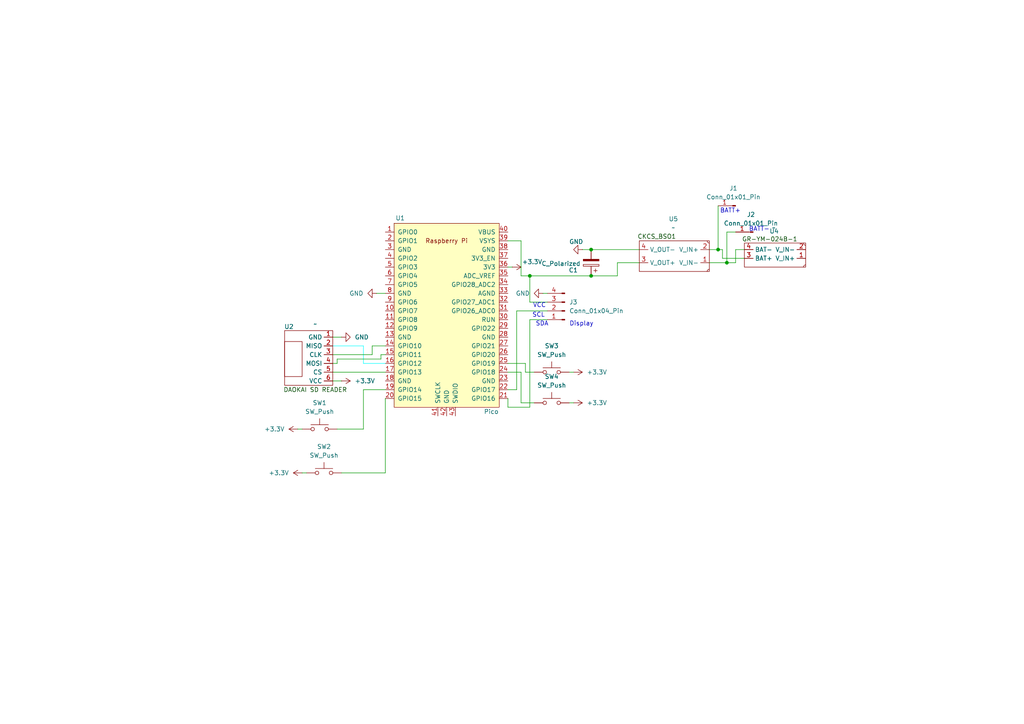
<source format=kicad_sch>
(kicad_sch (version 20231120) (generator "eeschema") (generator_version "8.0")
  (paper "A4")
  (title_block (title "Pico WOL") (date "2024-04-14") (rev "v01") (comment 2 "Software at: https://github.com/SaifYasir/PicoWOL") (comment 3 "MIT license") (comment 4 "Saif Yasir"))
  (lib_symbols
    (symbol "Connector:Conn_01x01_Pin" (pin_names (offset 1.016) hide)
      (property "Reference" "J" (at 0 2.54 0))
      (property "Value" "Conn_01x01_Pin" (at 0 -2.54 0))
      (symbol "Conn_01x01_Pin_1_1"
        (polyline (pts (xy 1.27 0) (xy 0.8636 0)) (stroke (width 0.1524)))
        (rectangle (start 0.8636 0.127) (end 0 -0.127) (stroke (width 0.1524)) (fill (type outline)))
        (pin passive line (at 5.08 0 180) (length 3.81) (name "Pin_1") (number "1"))
      )
    )
    (symbol "Connector:Conn_01x04_Pin" (pin_names (offset 1.016) hide)
      (property "Reference" "J" (at 0 5.08 0))
      (property "Value" "Conn_01x04_Pin" (at 0 -7.62 0))
      (symbol "Conn_01x04_Pin_1_1"
        (polyline (pts (xy 1.27 -5.08) (xy 0.8636 -5.08)) (stroke (width 0.1524)))
        (polyline (pts (xy 1.27 -2.54) (xy 0.8636 -2.54)) (stroke (width 0.1524)))
        (polyline (pts (xy 1.27 0) (xy 0.8636 0)) (stroke (width 0.1524)))
        (polyline (pts (xy 1.27 2.54) (xy 0.8636 2.54)) (stroke (width 0.1524)))
        (rectangle (start 0.8636 -4.953) (end 0 -5.207) (stroke (width 0.1524)) (fill (type outline)))
        (rectangle (start 0.8636 -2.413) (end 0 -2.667) (stroke (width 0.1524)) (fill (type outline)))
        (rectangle (start 0.8636 0.127) (end 0 -0.127) (stroke (width 0.1524)) (fill (type outline)))
        (rectangle (start 0.8636 2.667) (end 0 2.413) (stroke (width 0.1524)) (fill (type outline)))
        (pin passive line (at 5.08 2.54 180) (length 3.81) (name "Pin_1") (number "1"))
        (pin passive line (at 5.08 0 180) (length 3.81) (name "Pin_2") (number "2"))
        (pin passive line (at 5.08 -2.54 180) (length 3.81) (name "Pin_3") (number "3"))
        (pin passive line (at 5.08 -5.08 180) (length 3.81) (name "Pin_4") (number "4"))
      )
    )
    (symbol "Device:C_Polarized" (pin_numbers hide) (pin_names (offset 0.254))
      (property "Reference" "C" (at 0.635 2.54 0))
      (property "Value" "C_Polarized" (at 0.635 -2.54 0))
      (symbol "C_Polarized_0_1"
        (rectangle (start -2.286 0.508) (end 2.286 1.016))
        (polyline (pts (xy -1.778 2.286) (xy -0.762 2.286)))
        (polyline (pts (xy -1.27 2.794) (xy -1.27 1.778)))
        (rectangle (start 2.286 -0.508) (end -2.286 -1.016) (fill (type outline)))
      )
      (symbol "C_Polarized_1_1"
        (pin passive line (at 0 3.81 270) (length 2.794) (name "~") (number "1"))
        (pin passive line (at 0 -3.81 90) (length 2.794) (name "~") (number "2"))
      )
    )
    (symbol "MCU_RaspberryPi_and_Boards:Pico" (pin_names (offset 1.016))
      (property "Reference" "U" (at -13.97 27.94 0))
      (property "Value" "Pico" (at 0 19.05 0))
      (symbol "Pico_0_0"
        (text "Raspberry Pi" (at 0 21.59 0) (effects (font (size 1.27 1.27))))
      )
      (symbol "Pico_0_1"
        (rectangle (start -15.24 26.67) (end 15.24 -26.67) (fill (type background)))
      )
      (symbol "Pico_1_1"
        (pin bidirectional line (at -17.78 24.13 0) (length 2.54) (name "GPIO0") (number "1"))
        (pin bidirectional line (at -17.78 1.27 0) (length 2.54) (name "GPIO7") (number "10"))
        (pin bidirectional line (at -17.78 -1.27 0) (length 2.54) (name "GPIO8") (number "11"))
        (pin bidirectional line (at -17.78 -3.81 0) (length 2.54) (name "GPIO9") (number "12"))
        (pin power_in line (at -17.78 -6.35 0) (length 2.54) (name "GND") (number "13"))
        (pin bidirectional line (at -17.78 -8.89 0) (length 2.54) (name "GPIO10") (number "14"))
        (pin bidirectional line (at -17.78 -11.43 0) (length 2.54) (name "GPIO11") (number "15"))
        (pin bidirectional line (at -17.78 -13.97 0) (length 2.54) (name "GPIO12") (number "16"))
        (pin bidirectional line (at -17.78 -16.51 0) (length 2.54) (name "GPIO13") (number "17"))
        (pin power_in line (at -17.78 -19.05 0) (length 2.54) (name "GND") (number "18"))
        (pin bidirectional line (at -17.78 -21.59 0) (length 2.54) (name "GPIO14") (number "19"))
        (pin bidirectional line (at -17.78 21.59 0) (length 2.54) (name "GPIO1") (number "2"))
        (pin bidirectional line (at -17.78 -24.13 0) (length 2.54) (name "GPIO15") (number "20"))
        (pin bidirectional line (at 17.78 -24.13 180) (length 2.54) (name "GPIO16") (number "21"))
        (pin bidirectional line (at 17.78 -21.59 180) (length 2.54) (name "GPIO17") (number "22"))
        (pin power_in line (at 17.78 -19.05 180) (length 2.54) (name "GND") (number "23"))
        (pin bidirectional line (at 17.78 -16.51 180) (length 2.54) (name "GPIO18") (number "24"))
        (pin bidirectional line (at 17.78 -13.97 180) (length 2.54) (name "GPIO19") (number "25"))
        (pin bidirectional line (at 17.78 -11.43 180) (length 2.54) (name "GPIO20") (number "26"))
        (pin bidirectional line (at 17.78 -8.89 180) (length 2.54) (name "GPIO21") (number "27"))
        (pin power_in line (at 17.78 -6.35 180) (length 2.54) (name "GND") (number "28"))
        (pin bidirectional line (at 17.78 -3.81 180) (length 2.54) (name "GPIO22") (number "29"))
        (pin power_in line (at -17.78 19.05 0) (length 2.54) (name "GND") (number "3"))
        (pin input line (at 17.78 -1.27 180) (length 2.54) (name "RUN") (number "30"))
        (pin bidirectional line (at 17.78 1.27 180) (length 2.54) (name "GPIO26_ADC0") (number "31"))
        (pin bidirectional line (at 17.78 3.81 180) (length 2.54) (name "GPIO27_ADC1") (number "32"))
        (pin power_in line (at 17.78 6.35 180) (length 2.54) (name "AGND") (number "33"))
        (pin bidirectional line (at 17.78 8.89 180) (length 2.54) (name "GPIO28_ADC2") (number "34"))
        (pin unspecified line (at 17.78 11.43 180) (length 2.54) (name "ADC_VREF") (number "35"))
        (pin unspecified line (at 17.78 13.97 180) (length 2.54) (name "3V3") (number "36"))
        (pin input line (at 17.78 16.51 180) (length 2.54) (name "3V3_EN") (number "37"))
        (pin bidirectional line (at 17.78 19.05 180) (length 2.54) (name "GND") (number "38"))
        (pin unspecified line (at 17.78 21.59 180) (length 2.54) (name "VSYS") (number "39"))
        (pin bidirectional line (at -17.78 16.51 0) (length 2.54) (name "GPIO2") (number "4"))
        (pin unspecified line (at 17.78 24.13 180) (length 2.54) (name "VBUS") (number "40"))
        (pin input line (at -2.54 -29.21 90) (length 2.54) (name "SWCLK") (number "41"))
        (pin power_in line (at 0 -29.21 90) (length 2.54) (name "GND") (number "42"))
        (pin bidirectional line (at 2.54 -29.21 90) (length 2.54) (name "SWDIO") (number "43"))
        (pin bidirectional line (at -17.78 13.97 0) (length 2.54) (name "GPIO3") (number "5"))
        (pin bidirectional line (at -17.78 11.43 0) (length 2.54) (name "GPIO4") (number "6"))
        (pin bidirectional line (at -17.78 8.89 0) (length 2.54) (name "GPIO5") (number "7"))
        (pin power_in line (at -17.78 6.35 0) (length 2.54) (name "GND") (number "8"))
        (pin bidirectional line (at -17.78 3.81 0) (length 2.54) (name "GPIO6") (number "9"))
      )
    )
    (symbol "Pico_WOL:CKCS_BS01"
      (property "Reference" "U" (at -8.128 4.826 0))
      (symbol "CKCS_BS01_0_1"
        (arc (start -8.89 3.175) (mid -8.441 3.361) (end -8.255 3.81))
        (rectangle (start -8.89 3.81) (end 11.43 -5.08))
        (arc (start -8.255 -5.08) (mid -8.441 -4.631) (end -8.89 -4.445))
      )
      (symbol "CKCS_BS01_1_1"
        (text "CKCS_BSO1" (at 6.35 -6.35 0) (effects (font (size 1.27 1.27))))
        (pin input line (at -8.89 1.27 0) (length 2.54) (name "V_IN-") (number "1"))
        (pin input line (at -8.89 -2.54 0) (length 2.54) (name "V_IN+") (number "2"))
        (pin input line (at 11.43 1.27 180) (length 2.54) (name "V_OUT+") (number "3"))
        (pin input line (at 11.43 -2.54 180) (length 2.54) (name "V_OUT-") (number "4"))
      )
    )
    (symbol "Pico_WOL:DAOKAI_SD_READER"
      (property "Reference" "U" (at -4.318 9.144 0))
      (symbol "DAOKAI_SD_READER_0_1"
        (rectangle (start -6.35 5.08) (end -1.27 -5.08))
        (rectangle (start -6.35 8.255) (end 7.62 -7.62))
      )
      (symbol "DAOKAI_SD_READER_1_1"
        (text "DAOKAI SD READER" (at 2.54 -8.89 0) (effects (font (size 1.27 1.27))))
        (pin input line (at 7.62 6.35 180) (length 2.54) (name "GND") (number "1"))
        (pin input line (at 7.62 3.81 180) (length 2.54) (name "MISO") (number "2"))
        (pin input line (at 7.62 1.27 180) (length 2.54) (name "CLK") (number "3"))
        (pin input line (at 7.62 -1.27 180) (length 2.54) (name "MOSI") (number "4"))
        (pin input line (at 7.62 -3.81 180) (length 2.54) (name "CS") (number "5"))
        (pin input line (at 7.62 -6.35 180) (length 2.54) (name "VCC") (number "6"))
      )
    )
    (symbol "Pico_WOL:GR_YM_024B_1"
      (property "Reference" "U" (at -8.128 4.572 0))
      (symbol "GR_YM_024B_1_1_1"
        (arc (start -8.89 3.175) (mid -8.441 3.361) (end -8.255 3.81))
        (rectangle (start -8.89 3.81) (end 8.89 -3.175))
        (arc (start -8.255 -3.175) (mid -8.441 -2.726) (end -8.89 -2.54))
        (text "GR-YM-024B-1" (at 1.524 -4.318 0) (effects (font (size 1.27 1.27))))
        (pin input line (at -8.89 1.27 0) (length 2.54) (name "V_IN+") (number "1"))
        (pin input line (at -8.89 -1.27 0) (length 2.54) (name "V_IN-") (number "2"))
        (pin input line (at 8.89 1.27 180) (length 2.54) (name "BAT+") (number "3"))
        (pin input line (at 8.89 -1.27 180) (length 2.54) (name "BAT-") (number "4"))
      )
    )
    (symbol "Switch:SW_Push" (pin_numbers hide) (pin_names (offset 1.016) hide)
      (property "Reference" "SW" (at 1.27 2.54 0))
      (property "Value" "SW_Push" (at 0 -1.524 0))
      (symbol "SW_Push_0_1"
        (circle (center -2.032 0) (radius 0.508))
        (polyline (pts (xy 0 1.27) (xy 0 3.048)))
        (polyline (pts (xy 2.54 1.27) (xy -2.54 1.27)))
        (circle (center 2.032 0) (radius 0.508))
        (pin passive line (at -5.08 0 0) (length 2.54) (name "1") (number "1"))
        (pin passive line (at 5.08 0 180) (length 2.54) (name "2") (number "2"))
      )
    )
    (symbol "power:+3.3V" (power) (pin_numbers hide) (pin_names (offset 0) hide)
      (property "Value" "+3.3V" (at 0 3.556 0))
      (symbol "+3.3V_0_1"
        (polyline (pts (xy -0.762 1.27) (xy 0 2.54)))
        (polyline (pts (xy 0 0) (xy 0 2.54)))
        (polyline (pts (xy 0 2.54) (xy 0.762 1.27)))
      )
      (symbol "+3.3V_1_1"
        (pin power_in line (at 0 0 90) (length 0) (name "~") (number "1"))
      )
    )
    (symbol "power:GND" (power) (pin_numbers hide) (pin_names (offset 0) hide)
      (property "Value" "GND" (at 0 -3.81 0))
      (symbol "GND_0_1"
        (polyline (pts (xy 0 0) (xy 0 -1.27) (xy 1.27 -1.27) (xy 0 -2.54) (xy -1.27 -1.27) (xy 0 -1.27)))
      )
      (symbol "GND_1_1"
        (pin power_in line (at 0 0 270) (length 0) (name "~") (number "1"))
      )
    )
  )
  (junction (at 171.45 80.01))
  (junction (at 208.28 72.39))
  (junction (at 210.82 76.2))
  (junction (at 171.45 72.39))
  (junction (at 153.67 80.01))
  (wire (pts (xy 179.07 76.2) (xy 179.07 80.01)))
  (wire (pts (xy 154.94 116.84) (xy 151.13 116.84)))
  (wire (pts (xy 96.52 100.33) (xy 105.41 100.33)) (stroke (width 0) (color 0 255 255 1)))
  (wire (pts (xy 209.55 74.93) (xy 209.55 72.39)))
  (wire (pts (xy 147.32 69.85) (xy 151.13 69.85)))
  (wire (pts (xy 147.32 77.47) (xy 148.59 77.47)))
  (wire (pts (xy 97.79 105.41) (xy 97.79 104.14)))
  (wire (pts (xy 171.45 80.01) (xy 153.67 80.01)))
  (wire (pts (xy 208.28 72.39) (xy 205.74 72.39)))
  (wire (pts (xy 147.32 118.11) (xy 147.32 115.57)))
  (wire (pts (xy 154.94 107.95) (xy 152.4 107.95)))
  (wire (pts (xy 105.41 100.33) (xy 105.41 105.41)) (stroke (width 0) (color 0 255 255 1)))
  (wire (pts (xy 165.1 107.95) (xy 166.37 107.95)))
  (wire (pts (xy 153.67 80.01) (xy 153.67 87.63)))
  (wire (pts (xy 213.36 76.2) (xy 213.36 72.39)))
  (wire (pts (xy 149.86 113.03) (xy 147.32 113.03)))
  (wire (pts (xy 165.1 116.84) (xy 166.37 116.84)))
  (wire (pts (xy 151.13 69.85) (xy 151.13 80.01)))
  (wire (pts (xy 96.52 107.95) (xy 111.76 107.95)))
  (wire (pts (xy 153.67 92.71) (xy 153.67 118.11)))
  (wire (pts (xy 151.13 116.84) (xy 151.13 107.95)))
  (wire (pts (xy 96.52 97.79) (xy 99.06 97.79)))
  (wire (pts (xy 105.41 113.03) (xy 111.76 113.03)))
  (wire (pts (xy 151.13 107.95) (xy 147.32 107.95)))
  (wire (pts (xy 110.49 102.87) (xy 111.76 102.87)))
  (wire (pts (xy 152.4 105.41) (xy 147.32 105.41)))
  (wire (pts (xy 210.82 67.31) (xy 210.82 76.2)))
  (wire (pts (xy 213.36 67.31) (xy 210.82 67.31)))
  (wire (pts (xy 110.49 104.14) (xy 110.49 102.87)))
  (wire (pts (xy 96.52 110.49) (xy 99.06 110.49)))
  (wire (pts (xy 158.75 90.17) (xy 149.86 90.17)))
  (wire (pts (xy 153.67 80.01) (xy 151.13 80.01)))
  (wire (pts (xy 87.63 137.16) (xy 88.9 137.16)))
  (wire (pts (xy 97.79 104.14) (xy 110.49 104.14)))
  (wire (pts (xy 208.28 59.69) (xy 208.28 72.39)))
  (wire (pts (xy 209.55 72.39) (xy 208.28 72.39)))
  (wire (pts (xy 171.45 80.01) (xy 179.07 80.01)))
  (wire (pts (xy 96.52 102.87) (xy 107.95 102.87)))
  (wire (pts (xy 107.95 100.33) (xy 111.76 100.33)))
  (wire (pts (xy 171.45 72.39) (xy 185.42 72.39)))
  (wire (pts (xy 107.95 102.87) (xy 107.95 100.33)))
  (wire (pts (xy 99.06 137.16) (xy 111.76 137.16)))
  (wire (pts (xy 210.82 76.2) (xy 213.36 76.2)))
  (wire (pts (xy 168.91 72.39) (xy 171.45 72.39)))
  (wire (pts (xy 152.4 107.95) (xy 152.4 105.41)))
  (wire (pts (xy 109.22 85.09) (xy 111.76 85.09)))
  (wire (pts (xy 157.48 85.09) (xy 158.75 85.09)))
  (wire (pts (xy 213.36 72.39) (xy 215.9 72.39)))
  (wire (pts (xy 205.74 76.2) (xy 210.82 76.2)))
  (wire (pts (xy 215.9 74.93) (xy 209.55 74.93)))
  (wire (pts (xy 97.79 124.46) (xy 105.41 124.46)))
  (wire (pts (xy 158.75 92.71) (xy 153.67 92.71)))
  (wire (pts (xy 105.41 124.46) (xy 105.41 113.03)))
  (wire (pts (xy 105.41 105.41) (xy 111.76 105.41)) (stroke (width 0) (color 0 255 255 1)))
  (wire (pts (xy 158.75 87.63) (xy 153.67 87.63)))
  (wire (pts (xy 149.86 90.17) (xy 149.86 113.03)))
  (wire (pts (xy 153.67 118.11) (xy 147.32 118.11)))
  (wire (pts (xy 96.52 105.41) (xy 97.79 105.41)))
  (wire (pts (xy 86.36 124.46) (xy 87.63 124.46)))
  (wire (pts (xy 185.42 76.2) (xy 179.07 76.2)))
  (wire (pts (xy 111.76 137.16) (xy 111.76 115.57)))
  (text "BATT-\n" (at 220.218 66.548 0) (effects (font (size 1.27 1.27))))
  (text "SCL" (at 156.21 91.44 0) (effects (font (size 1.27 1.27))))
  (text "VCC" (at 156.464 88.646 0) (effects (font (size 1.27 1.27))))
  (text "Display" (at 168.656 93.98 0) (effects (font (size 1.27 1.27))))
  (text "BATT+" (at 211.836 61.214 0) (effects (font (size 1.27 1.27))))
  (text "SDA" (at 157.226 93.98 0) (effects (font (size 1.27 1.27))))
  (symbol (lib_id "Pico_WOL:CKCS_BS01") (at 196.85 74.93 180) (unit 1)
    (property "Reference" "U5" (at 195.3127 63.5 0))
    (property "Value" "~" (at 195.3127 66.04 0))
    (property "Footprint" "custom_compontents:boost_converter" (effects (hide yes)))
  )
  (symbol (lib_id "power:+3.3V") (at 166.37 116.84 270) (unit 1)
    (property "Reference" "#PWR05" (effects (hide yes)))
    (property "Value" "+3.3V" (at 170.18 116.8399 90) (effects (justify left)))
    (property "Description" "Power symbol creates a global label with name \"+3.3V\"" (effects (hide yes)))
  )
  (symbol (lib_id "power:+3.3V") (at 86.36 124.46 90) (unit 1)
    (property "Reference" "#PWR06" (effects (hide yes)))
    (property "Value" "+3.3V" (at 82.55 124.4599 90) (effects (justify left)))
    (property "Description" "Power symbol creates a global label with name \"+3.3V\"" (effects (hide yes)))
  )
  (symbol (lib_id "power:+3.3V") (at 99.06 110.49 270) (unit 1)
    (property "Reference" "#PWR02" (effects (hide yes)))
    (property "Value" "+3.3V" (at 102.87 110.4899 90) (effects (justify left)))
    (property "Description" "Power symbol creates a global label with name \"+3.3V\"" (effects (hide yes)))
  )
  (symbol (lib_id "Device:C_Polarized") (at 171.45 76.2 180) (unit 1)
    (property "Reference" "C1" (at 167.64 78.3591 0) (effects (justify left)))
    (property "Value" "C_Polarized" (at 168.402 76.454 0) (effects (justify left)))
    (property "Footprint" "Capacitor_THT:CP_Radial_D5.0mm_P2.50mm" (effects (hide yes)))
    (property "Description" "Polarized capacitor" (effects (hide yes)))
  )
  (symbol (lib_id "power:GND") (at 157.48 85.09 270) (unit 1)
    (property "Reference" "#PWR09" (effects (hide yes)))
    (property "Value" "GND" (at 153.67 85.0899 90) (effects (justify right)))
    (property "Description" "Power symbol creates a global label with name \"GND\" , ground" (effects (hide yes)))
  )
  (symbol (lib_id "Pico_WOL:GR_YM_024B_1") (at 224.79 73.66 180) (unit 1)
    (property "Reference" "U4" (at 224.536 67.056 0))
    (property "Value" "~" (at 224.4411 66.04 0))
    (property "Footprint" "custom_compontents:USB_A_BATTERY_CHARGER" (effects (hide yes)))
  )
  (symbol (lib_id "MCU_RaspberryPi_and_Boards:Pico") (at 129.54 91.44 0) (unit 1)
    (property "Reference" "U1" (at 116.078 63.246 0))
    (property "Value" "Pico" (at 142.494 119.38 0))
    (property "Footprint" "MCU_RaspberryPi_and_Boards:RPi_Pico_SMD_TH" (effects (hide yes)))
  )
  (symbol (lib_id "Switch:SW_Push") (at 160.02 116.84 0) (unit 1)
    (property "Reference" "SW4" (at 160.02 109.22 0))
    (property "Value" "SW_Push" (at 160.02 111.76 0))
    (property "Footprint" "Button_Switch_THT:SW_PUSH_6mm" (effects (hide yes)))
    (property "Description" "Push button switch, generic, two pins" (effects (hide yes)))
  )
  (symbol (lib_id "Connector:Conn_01x04_Pin") (at 163.83 90.17 180) (unit 1)
    (property "Reference" "J3" (at 165.1 87.6299 0) (effects (justify right)))
    (property "Value" "Conn_01x04_Pin" (at 165.1 90.1699 0) (effects (justify right)))
    (property "Footprint" "Connector_Wire:SolderWire-1.5sqmm_1x04_P7.8mm_D1.7mm_OD3.9mm" (effects (hide yes)))
    (property "Description" "Generic connector, single row, 01x04, script generated" (effects (hide yes)))
  )
  (symbol (lib_id "power:GND") (at 109.22 85.09 270) (unit 1)
    (property "Reference" "#PWR010" (effects (hide yes)))
    (property "Value" "GND" (at 105.41 85.0899 90) (effects (justify right)))
    (property "Description" "Power symbol creates a global label with name \"GND\" , ground" (effects (hide yes)))
  )
  (symbol (lib_id "Pico_WOL:DAOKAI_SD_READER") (at 88.9 104.14 0) (unit 1)
    (property "Reference" "U2" (at 83.82 94.742 0))
    (property "Value" "~" (at 91.44 93.98 0))
    (property "Footprint" "custom_compontents:Dokai_SD_READER" (effects (hide yes)))
  )
  (symbol (lib_id "power:+3.3V") (at 148.59 77.47 270) (unit 1)
    (property "Reference" "#PWR08" (effects (hide yes)))
    (property "Value" "+3.3V" (at 151.384 75.946 90) (effects (justify left)))
    (property "Description" "Power symbol creates a global label with name \"+3.3V\"" (effects (hide yes)))
  )
  (symbol (lib_id "power:+3.3V") (at 166.37 107.95 270) (unit 1)
    (property "Reference" "#PWR04" (effects (hide yes)))
    (property "Value" "+3.3V" (at 170.18 107.9499 90) (effects (justify left)))
    (property "Description" "Power symbol creates a global label with name \"+3.3V\"" (effects (hide yes)))
  )
  (symbol (lib_id "Switch:SW_Push") (at 92.71 124.46 0) (unit 1)
    (property "Reference" "SW1" (at 92.71 116.84 0))
    (property "Value" "SW_Push" (at 92.71 119.38 0))
    (property "Footprint" "Button_Switch_THT:SW_PUSH_6mm" (effects (hide yes)))
    (property "Description" "Push button switch, generic, two pins" (effects (hide yes)))
  )
  (symbol (lib_id "Connector:Conn_01x01_Pin") (at 218.44 67.31 180) (unit 1)
    (property "Reference" "J2" (at 217.805 62.23 0))
    (property "Value" "Conn_01x01_Pin" (at 217.805 64.77 0))
    (property "Footprint" "Connector_Wire:SolderWire-1.5sqmm_1x01_D1.7mm_OD3.9mm" (effects (hide yes)))
    (property "Description" "Generic connector, single row, 01x01, script generated" (effects (hide yes)))
  )
  (symbol (lib_id "Switch:SW_Push") (at 93.98 137.16 0) (unit 1)
    (property "Reference" "SW2" (at 93.98 129.54 0))
    (property "Value" "SW_Push" (at 93.98 132.08 0))
    (property "Footprint" "Button_Switch_THT:SW_PUSH_6mm" (effects (hide yes)))
    (property "Description" "Push button switch, generic, two pins" (effects (hide yes)))
  )
  (symbol (lib_id "power:GND") (at 99.06 97.79 90) (unit 1)
    (property "Reference" "#PWR01" (effects (hide yes)))
    (property "Value" "GND" (at 102.87 97.7899 90) (effects (justify right)))
    (property "Description" "Power symbol creates a global label with name \"GND\" , ground" (effects (hide yes)))
  )
  (symbol (lib_id "power:+3.3V") (at 87.63 137.16 90) (unit 1)
    (property "Reference" "#PWR07" (effects (hide yes)))
    (property "Value" "+3.3V" (at 83.82 137.1599 90) (effects (justify left)))
    (property "Description" "Power symbol creates a global label with name \"+3.3V\"" (effects (hide yes)))
  )
  (symbol (lib_id "Connector:Conn_01x01_Pin") (at 213.36 59.69 180) (unit 1)
    (property "Reference" "J1" (at 212.725 54.61 0))
    (property "Value" "Conn_01x01_Pin" (at 212.725 57.15 0))
    (property "Footprint" "Connector_Wire:SolderWire-1.5sqmm_1x01_D1.7mm_OD3.9mm" (effects (hide yes)))
    (property "Description" "Generic connector, single row, 01x01, script generated" (effects (hide yes)))
  )
  (symbol (lib_id "power:GND") (at 168.91 72.39 270) (unit 1)
    (property "Reference" "#PWR03" (effects (hide yes)))
    (property "Value" "GND" (at 169.164 70.104 90) (effects (justify right)))
    (property "Description" "Power symbol creates a global label with name \"GND\" , ground" (effects (hide yes)))
  )
  (symbol (lib_id "Switch:SW_Push") (at 160.02 107.95 0) (unit 1)
    (property "Reference" "SW3" (at 160.02 100.33 0))
    (property "Value" "SW_Push" (at 160.02 102.87 0))
    (property "Footprint" "Button_Switch_THT:SW_PUSH_6mm" (effects (hide yes)))
    (property "Description" "Push button switch, generic, two pins" (effects (hide yes)))
  )
)
</source>
